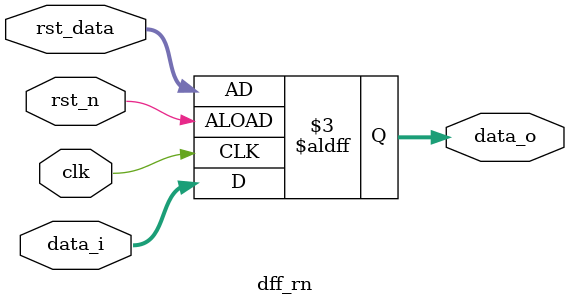
<source format=v>
/*  dff_rn
    ×÷ÓÃ£º±ê×¼dffÄ£¿é£¬´øÒì²½resetn£¬¸´Î»Ä¬ÈÏÖµÎª0
    ÈÕÆÚ£º2024/9/20
    ×÷Õß£º¾°ÂÌ´¨
    °æ±¾£º1.0 */
module dff_rn #(
    parameter WIDTH = 32
)(
    input                   clk,
    input                   rst_n,

    input [WIDTH-1:0]       rst_data,
    input [WIDTH-1:0]       data_i,
    output reg[WIDTH-1:0]   data_o

);

    always@(posedge clk or negedge rst_n) begin
        if(!rst_n)
            data_o <= rst_data;
        else
            data_o <= data_i; 
    end

endmodule
</source>
